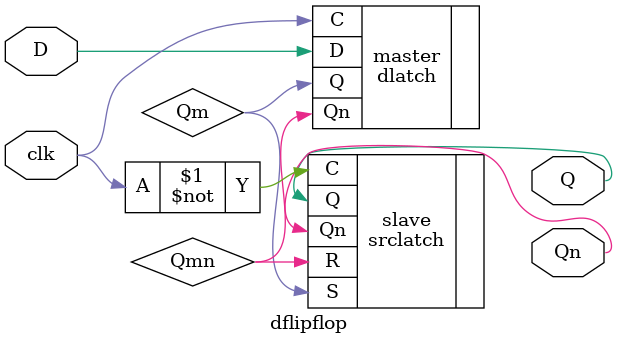
<source format=v>
module dflipflop(D, clk, Q, Qn);
    input D, clk;
    output Q, Qn;
    wire Qm, Qmn; // Intermediate signals between master and slave

    // Master D latch - transparent when clk is high
    dlatch master (
        .D(D),
        .C(clk),   // Active when clk is high
        .Q(Qm),
        .Qn(Qmn)
    );

    // Slave SRC latch - transparent when clk is low
    srclatch slave (
        .S(Qm),
        .R(Qmn),
        .C(~clk),    // Active when clk is low
        .Q(Q),
        .Qn(Qn)
    );
endmodule

</source>
